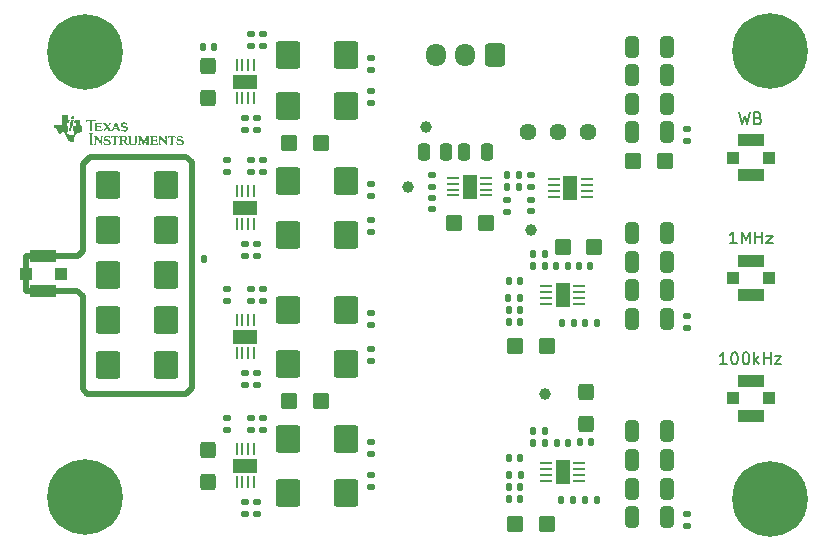
<source format=gbr>
%TF.GenerationSoftware,KiCad,Pcbnew,(6.0.2)*%
%TF.CreationDate,2022-05-06T23:20:48+08:00*%
%TF.ProjectId,NoiseAMP_V2.3,4e6f6973-6541-44d5-905f-56322e332e6b,rev?*%
%TF.SameCoordinates,Original*%
%TF.FileFunction,Soldermask,Top*%
%TF.FilePolarity,Negative*%
%FSLAX46Y46*%
G04 Gerber Fmt 4.6, Leading zero omitted, Abs format (unit mm)*
G04 Created by KiCad (PCBNEW (6.0.2)) date 2022-05-06 23:20:48*
%MOMM*%
%LPD*%
G01*
G04 APERTURE LIST*
G04 Aperture macros list*
%AMRoundRect*
0 Rectangle with rounded corners*
0 $1 Rounding radius*
0 $2 $3 $4 $5 $6 $7 $8 $9 X,Y pos of 4 corners*
0 Add a 4 corners polygon primitive as box body*
4,1,4,$2,$3,$4,$5,$6,$7,$8,$9,$2,$3,0*
0 Add four circle primitives for the rounded corners*
1,1,$1+$1,$2,$3*
1,1,$1+$1,$4,$5*
1,1,$1+$1,$6,$7*
1,1,$1+$1,$8,$9*
0 Add four rect primitives between the rounded corners*
20,1,$1+$1,$2,$3,$4,$5,0*
20,1,$1+$1,$4,$5,$6,$7,0*
20,1,$1+$1,$6,$7,$8,$9,0*
20,1,$1+$1,$8,$9,$2,$3,0*%
G04 Aperture macros list end*
%ADD10C,0.500000*%
%ADD11C,0.150000*%
%ADD12C,1.000000*%
%ADD13RoundRect,0.250000X0.250000X0.475000X-0.250000X0.475000X-0.250000X-0.475000X0.250000X-0.475000X0*%
%ADD14RoundRect,0.062500X-0.425000X-0.062500X0.425000X-0.062500X0.425000X0.062500X-0.425000X0.062500X0*%
%ADD15R,1.200000X2.000000*%
%ADD16C,6.400000*%
%ADD17C,3.600000*%
%ADD18RoundRect,0.140000X-0.140000X-0.170000X0.140000X-0.170000X0.140000X0.170000X-0.140000X0.170000X0*%
%ADD19RoundRect,0.135000X-0.185000X0.135000X-0.185000X-0.135000X0.185000X-0.135000X0.185000X0.135000X0*%
%ADD20RoundRect,0.140000X0.140000X0.170000X-0.140000X0.170000X-0.140000X-0.170000X0.140000X-0.170000X0*%
%ADD21RoundRect,0.135000X0.185000X-0.135000X0.185000X0.135000X-0.185000X0.135000X-0.185000X-0.135000X0*%
%ADD22RoundRect,0.250000X-0.787500X-0.925000X0.787500X-0.925000X0.787500X0.925000X-0.787500X0.925000X0*%
%ADD23RoundRect,0.062500X-0.062500X0.425000X-0.062500X-0.425000X0.062500X-0.425000X0.062500X0.425000X0*%
%ADD24R,2.000000X1.200000*%
%ADD25RoundRect,0.250000X0.325000X0.650000X-0.325000X0.650000X-0.325000X-0.650000X0.325000X-0.650000X0*%
%ADD26RoundRect,0.250000X-0.450000X-0.425000X0.450000X-0.425000X0.450000X0.425000X-0.450000X0.425000X0*%
%ADD27RoundRect,0.135000X-0.135000X-0.185000X0.135000X-0.185000X0.135000X0.185000X-0.135000X0.185000X0*%
%ADD28RoundRect,0.250000X0.450000X0.425000X-0.450000X0.425000X-0.450000X-0.425000X0.450000X-0.425000X0*%
%ADD29RoundRect,0.135000X0.135000X0.185000X-0.135000X0.185000X-0.135000X-0.185000X0.135000X-0.185000X0*%
%ADD30RoundRect,0.140000X-0.170000X0.140000X-0.170000X-0.140000X0.170000X-0.140000X0.170000X0.140000X0*%
%ADD31C,1.440000*%
%ADD32R,1.000000X1.000000*%
%ADD33R,2.200000X1.050000*%
%ADD34RoundRect,0.250000X0.425000X-0.450000X0.425000X0.450000X-0.425000X0.450000X-0.425000X-0.450000X0*%
%ADD35RoundRect,0.250000X0.600000X0.725000X-0.600000X0.725000X-0.600000X-0.725000X0.600000X-0.725000X0*%
%ADD36O,1.700000X1.950000*%
G04 APERTURE END LIST*
D10*
X116179600Y-96418400D02*
X116586000Y-96012000D01*
X111760000Y-96418400D02*
X111760000Y-99364800D01*
X111760000Y-99364800D02*
X116128800Y-99364800D01*
X116179600Y-96418400D02*
X111760000Y-96418400D01*
X116586000Y-99822000D02*
X116128800Y-99364800D01*
X125349000Y-108077000D02*
X124968000Y-108077000D01*
X116586000Y-107670600D02*
X116586000Y-99822000D01*
X125857000Y-98882200D02*
X125857000Y-88468200D01*
X117221000Y-87985600D02*
X116586000Y-88620600D01*
X124968000Y-108077000D02*
X116967000Y-108077000D01*
X125857000Y-98882200D02*
X125857000Y-107162600D01*
X116967000Y-108077000D02*
X116586000Y-107670600D01*
X125831600Y-88442800D02*
X125374400Y-87985600D01*
X125857000Y-107569000D02*
X125349000Y-108077000D01*
X116586000Y-88620600D02*
X116586000Y-96012000D01*
X125374400Y-87985600D02*
X117221000Y-87985600D01*
X125857000Y-107162600D02*
X125857000Y-107569000D01*
D11*
X171126400Y-105557580D02*
X170554971Y-105557580D01*
X170840685Y-105557580D02*
X170840685Y-104557580D01*
X170745447Y-104700438D01*
X170650209Y-104795676D01*
X170554971Y-104843295D01*
X171745447Y-104557580D02*
X171840685Y-104557580D01*
X171935923Y-104605200D01*
X171983542Y-104652819D01*
X172031161Y-104748057D01*
X172078780Y-104938533D01*
X172078780Y-105176628D01*
X172031161Y-105367104D01*
X171983542Y-105462342D01*
X171935923Y-105509961D01*
X171840685Y-105557580D01*
X171745447Y-105557580D01*
X171650209Y-105509961D01*
X171602590Y-105462342D01*
X171554971Y-105367104D01*
X171507352Y-105176628D01*
X171507352Y-104938533D01*
X171554971Y-104748057D01*
X171602590Y-104652819D01*
X171650209Y-104605200D01*
X171745447Y-104557580D01*
X172697828Y-104557580D02*
X172793066Y-104557580D01*
X172888304Y-104605200D01*
X172935923Y-104652819D01*
X172983542Y-104748057D01*
X173031161Y-104938533D01*
X173031161Y-105176628D01*
X172983542Y-105367104D01*
X172935923Y-105462342D01*
X172888304Y-105509961D01*
X172793066Y-105557580D01*
X172697828Y-105557580D01*
X172602590Y-105509961D01*
X172554971Y-105462342D01*
X172507352Y-105367104D01*
X172459733Y-105176628D01*
X172459733Y-104938533D01*
X172507352Y-104748057D01*
X172554971Y-104652819D01*
X172602590Y-104605200D01*
X172697828Y-104557580D01*
X173459733Y-105557580D02*
X173459733Y-104557580D01*
X173554971Y-105176628D02*
X173840685Y-105557580D01*
X173840685Y-104890914D02*
X173459733Y-105271866D01*
X174269257Y-105557580D02*
X174269257Y-104557580D01*
X174269257Y-105033771D02*
X174840685Y-105033771D01*
X174840685Y-105557580D02*
X174840685Y-104557580D01*
X175221638Y-104890914D02*
X175745447Y-104890914D01*
X175221638Y-105557580D01*
X175745447Y-105557580D01*
X172197828Y-84237580D02*
X172435923Y-85237580D01*
X172626400Y-84523295D01*
X172816876Y-85237580D01*
X173054971Y-84237580D01*
X173769257Y-84713771D02*
X173912114Y-84761390D01*
X173959733Y-84809009D01*
X174007352Y-84904247D01*
X174007352Y-85047104D01*
X173959733Y-85142342D01*
X173912114Y-85189961D01*
X173816876Y-85237580D01*
X173435923Y-85237580D01*
X173435923Y-84237580D01*
X173769257Y-84237580D01*
X173864495Y-84285200D01*
X173912114Y-84332819D01*
X173959733Y-84428057D01*
X173959733Y-84523295D01*
X173912114Y-84618533D01*
X173864495Y-84666152D01*
X173769257Y-84713771D01*
X173435923Y-84713771D01*
X171962914Y-95346780D02*
X171391485Y-95346780D01*
X171677200Y-95346780D02*
X171677200Y-94346780D01*
X171581961Y-94489638D01*
X171486723Y-94584876D01*
X171391485Y-94632495D01*
X172391485Y-95346780D02*
X172391485Y-94346780D01*
X172724819Y-95061066D01*
X173058152Y-94346780D01*
X173058152Y-95346780D01*
X173534342Y-95346780D02*
X173534342Y-94346780D01*
X173534342Y-94822971D02*
X174105771Y-94822971D01*
X174105771Y-95346780D02*
X174105771Y-94346780D01*
X174486723Y-94680114D02*
X175010533Y-94680114D01*
X174486723Y-95346780D01*
X175010533Y-95346780D01*
%TO.C,G\u002A\u002A\u002A*%
G36*
X118246226Y-86252338D02*
G01*
X118282743Y-86253431D01*
X118308646Y-86255044D01*
X118320251Y-86257014D01*
X118320416Y-86257144D01*
X118317129Y-86265408D01*
X118303109Y-86281028D01*
X118289928Y-86293150D01*
X118254258Y-86323975D01*
X118251571Y-86671099D01*
X118250714Y-86764425D01*
X118249691Y-86840850D01*
X118248448Y-86901690D01*
X118246935Y-86948257D01*
X118245097Y-86981867D01*
X118242884Y-87003833D01*
X118240242Y-87015469D01*
X118237736Y-87018224D01*
X118229531Y-87011581D01*
X118210701Y-86992607D01*
X118182553Y-86962731D01*
X118146395Y-86923381D01*
X118103534Y-86875988D01*
X118055280Y-86821981D01*
X118002938Y-86762789D01*
X117976314Y-86732461D01*
X117726040Y-86446698D01*
X117723607Y-86679177D01*
X117722921Y-86754876D01*
X117722900Y-86814551D01*
X117723946Y-86860395D01*
X117726461Y-86894598D01*
X117730850Y-86919348D01*
X117737514Y-86936838D01*
X117746856Y-86949257D01*
X117759278Y-86958795D01*
X117775184Y-86967644D01*
X117776796Y-86968479D01*
X117796493Y-86980578D01*
X117802511Y-86989965D01*
X117793944Y-86996977D01*
X117769890Y-87001949D01*
X117729442Y-87005219D01*
X117672927Y-87007097D01*
X117623029Y-87007936D01*
X117588532Y-87007864D01*
X117566631Y-87006572D01*
X117554523Y-87003752D01*
X117549402Y-86999093D01*
X117548449Y-86993382D01*
X117556236Y-86978281D01*
X117575032Y-86965367D01*
X117600066Y-86945533D01*
X117611461Y-86925356D01*
X117614577Y-86906776D01*
X117617150Y-86871192D01*
X117619141Y-86819808D01*
X117620509Y-86753828D01*
X117621215Y-86674457D01*
X117621307Y-86629516D01*
X117621113Y-86544235D01*
X117620346Y-86475270D01*
X117618731Y-86420726D01*
X117615993Y-86378709D01*
X117611856Y-86347321D01*
X117606044Y-86324669D01*
X117598282Y-86308856D01*
X117588295Y-86297988D01*
X117575806Y-86290168D01*
X117571691Y-86288206D01*
X117554674Y-86276541D01*
X117548449Y-86265417D01*
X117552379Y-86260107D01*
X117565791Y-86256502D01*
X117591122Y-86254339D01*
X117630809Y-86253354D01*
X117661211Y-86253218D01*
X117773972Y-86253218D01*
X117959472Y-86464738D01*
X118144972Y-86676257D01*
X118147454Y-86504436D01*
X118148067Y-86437577D01*
X118147411Y-86386560D01*
X118145017Y-86349031D01*
X118140413Y-86322634D01*
X118133132Y-86305015D01*
X118122705Y-86293818D01*
X118108660Y-86286690D01*
X118103714Y-86285006D01*
X118089796Y-86274962D01*
X118087534Y-86265439D01*
X118091761Y-86259624D01*
X118103465Y-86255692D01*
X118125429Y-86253318D01*
X118160435Y-86252175D01*
X118202781Y-86251928D01*
X118246226Y-86252338D01*
G37*
G36*
X124467194Y-86346024D02*
G01*
X124481520Y-86395281D01*
X124488401Y-86428369D01*
X124487555Y-86445866D01*
X124478701Y-86448353D01*
X124461556Y-86436405D01*
X124435839Y-86410603D01*
X124435752Y-86410510D01*
X124409944Y-86385155D01*
X124384840Y-86364681D01*
X124366965Y-86354056D01*
X124343788Y-86348503D01*
X124312007Y-86344763D01*
X124277887Y-86343094D01*
X124247691Y-86343753D01*
X124227681Y-86346998D01*
X124225051Y-86348214D01*
X124221884Y-86357267D01*
X124219344Y-86380624D01*
X124217405Y-86419052D01*
X124216040Y-86473318D01*
X124215223Y-86544189D01*
X124214927Y-86632432D01*
X124214925Y-86641226D01*
X124214925Y-86927980D01*
X124237279Y-86950334D01*
X124258031Y-86965739D01*
X124277917Y-86972659D01*
X124278929Y-86972688D01*
X124293711Y-86977403D01*
X124295164Y-86988625D01*
X124292470Y-86994476D01*
X124285274Y-86998796D01*
X124271036Y-87001878D01*
X124247217Y-87004016D01*
X124211278Y-87005503D01*
X124160679Y-87006634D01*
X124135789Y-87007052D01*
X124072794Y-87007503D01*
X124024252Y-87006665D01*
X123991302Y-87004585D01*
X123975083Y-87001312D01*
X123973715Y-87000222D01*
X123972386Y-86984791D01*
X123984311Y-86974096D01*
X123992750Y-86972688D01*
X124008010Y-86966654D01*
X124026974Y-86951965D01*
X124028641Y-86950334D01*
X124050995Y-86927980D01*
X124050995Y-86641226D01*
X124050745Y-86551387D01*
X124049975Y-86478988D01*
X124048660Y-86423264D01*
X124046774Y-86383446D01*
X124044289Y-86358768D01*
X124041179Y-86348462D01*
X124040869Y-86348214D01*
X124022849Y-86343779D01*
X123993416Y-86342773D01*
X123958957Y-86344765D01*
X123925861Y-86349323D01*
X123900513Y-86356015D01*
X123896063Y-86358008D01*
X123875373Y-86372739D01*
X123850593Y-86395902D01*
X123835501Y-86412594D01*
X123812595Y-86436882D01*
X123793663Y-86451231D01*
X123781299Y-86454102D01*
X123777883Y-86446747D01*
X123780398Y-86435546D01*
X123786942Y-86411830D01*
X123796169Y-86380064D01*
X123806733Y-86344713D01*
X123817287Y-86310242D01*
X123826485Y-86281118D01*
X123832983Y-86261804D01*
X123835238Y-86256474D01*
X123844677Y-86255785D01*
X123870179Y-86255115D01*
X123909594Y-86254489D01*
X123960770Y-86253931D01*
X124021557Y-86253467D01*
X124089804Y-86253121D01*
X124137978Y-86252970D01*
X124437932Y-86252252D01*
X124467194Y-86346024D01*
G37*
G36*
X119528618Y-86250301D02*
G01*
X119564449Y-86250610D01*
X119585448Y-86251129D01*
X119589024Y-86251381D01*
X119599772Y-86254044D01*
X119608401Y-86261248D01*
X119616552Y-86276130D01*
X119625869Y-86301825D01*
X119637991Y-86341471D01*
X119640326Y-86349404D01*
X119653603Y-86398238D01*
X119659746Y-86430848D01*
X119658544Y-86447856D01*
X119649789Y-86449886D01*
X119633271Y-86437559D01*
X119616538Y-86420235D01*
X119592219Y-86395618D01*
X119567741Y-86374287D01*
X119557873Y-86367063D01*
X119530105Y-86354682D01*
X119493367Y-86345599D01*
X119454961Y-86340915D01*
X119422191Y-86341732D01*
X119409788Y-86344703D01*
X119388105Y-86352947D01*
X119388105Y-86927980D01*
X119410459Y-86950334D01*
X119431211Y-86965739D01*
X119451098Y-86972659D01*
X119452110Y-86972688D01*
X119466891Y-86977403D01*
X119468344Y-86988625D01*
X119465650Y-86994476D01*
X119458454Y-86998796D01*
X119444216Y-87001878D01*
X119420398Y-87004016D01*
X119384459Y-87005503D01*
X119333859Y-87006634D01*
X119308969Y-87007052D01*
X119245975Y-87007503D01*
X119197433Y-87006665D01*
X119164483Y-87004585D01*
X119148263Y-87001312D01*
X119146895Y-87000222D01*
X119145566Y-86984791D01*
X119157491Y-86974096D01*
X119165930Y-86972688D01*
X119181191Y-86966654D01*
X119200154Y-86951965D01*
X119201821Y-86950334D01*
X119224176Y-86927980D01*
X119224176Y-86641226D01*
X119223975Y-86554754D01*
X119223342Y-86485229D01*
X119222230Y-86431389D01*
X119220593Y-86391971D01*
X119218384Y-86365711D01*
X119215557Y-86351347D01*
X119213376Y-86347798D01*
X119195057Y-86343227D01*
X119165423Y-86342212D01*
X119130930Y-86344313D01*
X119098034Y-86349093D01*
X119073189Y-86356113D01*
X119070172Y-86357528D01*
X119049655Y-86371917D01*
X119024474Y-86394668D01*
X119007774Y-86412289D01*
X118981829Y-86439872D01*
X118964204Y-86453671D01*
X118954674Y-86453130D01*
X118953014Y-86437688D01*
X118958997Y-86406787D01*
X118972399Y-86359869D01*
X118978627Y-86340099D01*
X119006296Y-86253725D01*
X119285996Y-86251195D01*
X119356643Y-86250649D01*
X119422264Y-86250319D01*
X119480406Y-86250204D01*
X119528618Y-86250301D01*
G37*
G36*
X115353613Y-84868923D02*
G01*
X115426470Y-84868923D01*
X115460304Y-84869808D01*
X115485782Y-84872159D01*
X115498596Y-84875522D01*
X115499328Y-84876609D01*
X115497603Y-84887804D01*
X115492853Y-84913533D01*
X115485711Y-84950485D01*
X115476810Y-84995353D01*
X115472006Y-85019192D01*
X115462509Y-85066278D01*
X115454447Y-85106626D01*
X115448447Y-85137065D01*
X115445136Y-85154427D01*
X115444685Y-85157221D01*
X115436260Y-85158609D01*
X115413712Y-85159682D01*
X115381132Y-85160281D01*
X115363792Y-85160354D01*
X115282900Y-85160354D01*
X115259059Y-85283716D01*
X115250371Y-85329274D01*
X115243100Y-85368548D01*
X115237883Y-85398007D01*
X115235357Y-85414120D01*
X115235219Y-85415770D01*
X115243650Y-85419748D01*
X115266252Y-85422753D01*
X115298991Y-85424331D01*
X115312630Y-85424463D01*
X115347612Y-85425300D01*
X115374366Y-85427535D01*
X115388712Y-85430751D01*
X115390041Y-85432173D01*
X115388298Y-85442712D01*
X115383362Y-85468853D01*
X115375676Y-85508352D01*
X115365681Y-85558964D01*
X115353819Y-85618443D01*
X115340531Y-85684545D01*
X115334940Y-85712220D01*
X115316546Y-85805056D01*
X115302428Y-85880659D01*
X115292514Y-85939484D01*
X115286730Y-85981986D01*
X115285001Y-86008617D01*
X115285568Y-86015783D01*
X115299746Y-86049482D01*
X115326909Y-86081445D01*
X115362117Y-86106697D01*
X115385915Y-86116832D01*
X115403220Y-86119818D01*
X115434104Y-86122786D01*
X115475592Y-86125640D01*
X115524709Y-86128283D01*
X115578481Y-86130621D01*
X115633932Y-86132557D01*
X115688089Y-86133996D01*
X115737976Y-86134843D01*
X115780619Y-86135002D01*
X115813043Y-86134377D01*
X115832273Y-86132873D01*
X115836295Y-86131305D01*
X115837970Y-86119963D01*
X115842477Y-86094777D01*
X115849036Y-86059755D01*
X115856866Y-86018903D01*
X115865187Y-85976232D01*
X115873220Y-85935748D01*
X115880184Y-85901459D01*
X115885300Y-85877375D01*
X115887448Y-85868439D01*
X115887934Y-85859861D01*
X115880609Y-85855037D01*
X115861890Y-85852930D01*
X115832355Y-85852501D01*
X115796494Y-85851243D01*
X115773389Y-85846636D01*
X115757702Y-85837435D01*
X115754330Y-85834287D01*
X115741005Y-85818542D01*
X115736115Y-85808507D01*
X115737820Y-85797491D01*
X115742546Y-85771689D01*
X115749708Y-85734169D01*
X115758722Y-85687999D01*
X115766884Y-85646854D01*
X115777501Y-85593470D01*
X115787282Y-85543889D01*
X115795486Y-85501903D01*
X115801370Y-85471304D01*
X115803725Y-85458615D01*
X115809798Y-85424463D01*
X115978298Y-85424463D01*
X115998965Y-85312899D01*
X116007348Y-85268133D01*
X116014959Y-85228369D01*
X116020968Y-85197890D01*
X116024544Y-85180979D01*
X116024576Y-85180845D01*
X116026151Y-85171194D01*
X116023022Y-85165178D01*
X116011921Y-85161938D01*
X115989579Y-85160617D01*
X115952725Y-85160355D01*
X115946568Y-85160354D01*
X115910234Y-85160035D01*
X115881987Y-85159181D01*
X115865867Y-85157945D01*
X115863616Y-85157221D01*
X115865493Y-85143143D01*
X115870566Y-85115974D01*
X115878000Y-85079493D01*
X115886960Y-85037477D01*
X115896610Y-84993704D01*
X115906115Y-84951951D01*
X115914640Y-84915997D01*
X115921350Y-84889619D01*
X115925409Y-84876596D01*
X115925810Y-84875944D01*
X115936588Y-84874021D01*
X115963029Y-84872480D01*
X116002587Y-84871374D01*
X116052713Y-84870758D01*
X116110860Y-84870683D01*
X116160218Y-84871037D01*
X116387281Y-84873477D01*
X116391834Y-85069282D01*
X116393915Y-85143321D01*
X116396801Y-85201911D01*
X116401229Y-85247815D01*
X116407935Y-85283798D01*
X116417655Y-85312624D01*
X116431125Y-85337058D01*
X116449081Y-85359865D01*
X116472259Y-85383808D01*
X116476738Y-85388158D01*
X116519034Y-85429016D01*
X116519185Y-85658622D01*
X116519335Y-85888228D01*
X116480629Y-85898437D01*
X116366715Y-85934393D01*
X116256684Y-85980510D01*
X116154437Y-86034806D01*
X116063873Y-86095302D01*
X116015966Y-86134462D01*
X115956831Y-86195674D01*
X115903233Y-86267372D01*
X115860947Y-86341829D01*
X115860944Y-86341835D01*
X115847680Y-86371121D01*
X115839233Y-86395149D01*
X115834579Y-86419604D01*
X115832696Y-86450167D01*
X115832558Y-86492523D01*
X115832615Y-86499113D01*
X115834703Y-86557618D01*
X115840292Y-86604334D01*
X115850191Y-86645485D01*
X115852651Y-86653265D01*
X115861774Y-86683663D01*
X115867240Y-86706995D01*
X115867869Y-86718172D01*
X115852602Y-86728238D01*
X115823447Y-86735882D01*
X115784599Y-86740900D01*
X115740250Y-86743090D01*
X115694592Y-86742246D01*
X115651818Y-86738165D01*
X115616120Y-86730642D01*
X115615480Y-86730447D01*
X115535351Y-86696878D01*
X115460305Y-86646876D01*
X115390060Y-86580142D01*
X115324335Y-86496381D01*
X115262847Y-86395294D01*
X115224078Y-86318148D01*
X115180808Y-86226368D01*
X115143765Y-86149930D01*
X115111939Y-86087458D01*
X115084321Y-86037579D01*
X115059902Y-85998917D01*
X115037672Y-85970098D01*
X115016624Y-85949747D01*
X114995746Y-85936491D01*
X114974032Y-85928954D01*
X114950470Y-85925761D01*
X114935726Y-85925359D01*
X114906040Y-85927186D01*
X114880084Y-85934086D01*
X114853922Y-85948191D01*
X114823620Y-85971632D01*
X114785242Y-86006539D01*
X114784491Y-86007249D01*
X114752346Y-86036905D01*
X114729143Y-86055776D01*
X114711181Y-86066190D01*
X114694760Y-86070474D01*
X114683030Y-86071074D01*
X114635783Y-86062676D01*
X114589449Y-86039362D01*
X114549084Y-86003954D01*
X114538012Y-85990200D01*
X114522197Y-85964644D01*
X114502713Y-85927264D01*
X114482173Y-85883334D01*
X114465277Y-85843394D01*
X114444500Y-85793433D01*
X114425137Y-85752962D01*
X114404442Y-85718126D01*
X114379668Y-85685070D01*
X114348069Y-85649940D01*
X114306898Y-85608881D01*
X114279567Y-85582743D01*
X114226543Y-85529043D01*
X114187542Y-85481054D01*
X114160609Y-85435740D01*
X114143790Y-85390066D01*
X114138026Y-85362989D01*
X114131646Y-85324283D01*
X114798073Y-85324283D01*
X114798073Y-84431777D01*
X115353613Y-84431777D01*
X115353613Y-84868923D01*
G37*
G36*
X123554633Y-86251826D02*
G01*
X123580273Y-86252550D01*
X123616500Y-86253039D01*
X123659385Y-86253218D01*
X123706874Y-86253598D01*
X123738845Y-86254951D01*
X123757983Y-86257596D01*
X123766973Y-86261856D01*
X123768672Y-86266266D01*
X123761112Y-86279411D01*
X123751280Y-86284833D01*
X123740955Y-86288486D01*
X123732476Y-86293407D01*
X123725632Y-86301308D01*
X123720216Y-86313905D01*
X123716020Y-86332912D01*
X123712834Y-86360042D01*
X123710451Y-86397010D01*
X123708661Y-86445531D01*
X123707257Y-86507318D01*
X123706029Y-86584086D01*
X123704921Y-86665954D01*
X123703431Y-86764334D01*
X123701762Y-86845276D01*
X123699882Y-86909556D01*
X123697757Y-86957948D01*
X123695356Y-86991230D01*
X123692645Y-87010176D01*
X123690137Y-87015570D01*
X123680237Y-87010565D01*
X123661562Y-86994363D01*
X123637068Y-86969704D01*
X123617280Y-86948017D01*
X123590809Y-86918123D01*
X123568857Y-86893511D01*
X123554189Y-86877273D01*
X123549701Y-86872509D01*
X123542713Y-86864745D01*
X123525283Y-86844927D01*
X123498901Y-86814762D01*
X123465057Y-86775959D01*
X123425243Y-86730225D01*
X123380947Y-86679267D01*
X123360726Y-86655982D01*
X123315302Y-86603888D01*
X123273935Y-86556888D01*
X123238058Y-86516574D01*
X123209105Y-86484542D01*
X123188509Y-86462383D01*
X123177703Y-86451692D01*
X123176415Y-86451070D01*
X123176358Y-86461757D01*
X123176348Y-86488134D01*
X123176383Y-86527679D01*
X123176460Y-86577868D01*
X123176575Y-86636178D01*
X123176697Y-86688663D01*
X123177006Y-86763771D01*
X123177766Y-86822803D01*
X123179345Y-86867895D01*
X123182111Y-86901185D01*
X123186432Y-86924809D01*
X123192679Y-86940906D01*
X123201219Y-86951612D01*
X123212421Y-86959065D01*
X123224264Y-86964419D01*
X123243564Y-86977927D01*
X123249561Y-86992007D01*
X123248333Y-86998907D01*
X123242754Y-87003658D01*
X123229985Y-87006658D01*
X123207185Y-87008303D01*
X123171516Y-87008989D01*
X123127151Y-87009117D01*
X123070107Y-87008429D01*
X123030198Y-87006307D01*
X123006398Y-87002666D01*
X122998054Y-86998296D01*
X122999303Y-86985701D01*
X123008365Y-86977805D01*
X123027405Y-86964403D01*
X123046390Y-86948057D01*
X123067417Y-86927980D01*
X123067417Y-86630983D01*
X123067151Y-86552551D01*
X123066390Y-86482241D01*
X123065185Y-86421946D01*
X123063590Y-86373559D01*
X123061658Y-86338974D01*
X123059441Y-86320084D01*
X123058658Y-86317619D01*
X123044308Y-86302666D01*
X123022229Y-86289791D01*
X123003226Y-86278470D01*
X122994605Y-86266520D01*
X122994559Y-86265774D01*
X122998060Y-86260425D01*
X123010242Y-86256783D01*
X123033625Y-86254579D01*
X123070730Y-86253545D01*
X123110676Y-86253377D01*
X123226793Y-86253536D01*
X123408033Y-86460566D01*
X123453658Y-86512498D01*
X123495579Y-86559860D01*
X123532259Y-86600943D01*
X123562160Y-86634038D01*
X123583745Y-86657436D01*
X123595477Y-86669429D01*
X123597008Y-86670632D01*
X123599990Y-86663415D01*
X123602208Y-86641351D01*
X123603685Y-86607791D01*
X123604440Y-86566085D01*
X123604496Y-86519585D01*
X123603874Y-86471642D01*
X123602594Y-86425605D01*
X123600678Y-86384825D01*
X123598148Y-86352654D01*
X123595023Y-86332443D01*
X123594862Y-86331843D01*
X123582924Y-86304262D01*
X123563682Y-86288776D01*
X123558220Y-86286487D01*
X123539051Y-86274898D01*
X123534022Y-86262506D01*
X123539848Y-86251557D01*
X123543393Y-86250942D01*
X123554633Y-86251826D01*
G37*
G36*
X119751226Y-86476416D02*
G01*
X119749849Y-86416734D01*
X119748017Y-86369770D01*
X119745784Y-86337353D01*
X119743207Y-86321313D01*
X119743198Y-86321291D01*
X119727304Y-86299669D01*
X119706770Y-86286826D01*
X119687879Y-86276269D01*
X119679555Y-86264836D01*
X119679536Y-86264370D01*
X119682459Y-86260775D01*
X119692395Y-86258020D01*
X119711095Y-86256043D01*
X119740311Y-86254781D01*
X119781793Y-86254170D01*
X119837291Y-86254148D01*
X119908558Y-86254653D01*
X119941368Y-86254982D01*
X120203200Y-86257772D01*
X120257448Y-86285094D01*
X120308467Y-86316639D01*
X120343143Y-86352614D01*
X120363225Y-86395345D01*
X120369861Y-86434537D01*
X120367927Y-86495280D01*
X120351978Y-86546273D01*
X120328014Y-86582611D01*
X120304674Y-86603512D01*
X120272174Y-86624474D01*
X120237050Y-86642004D01*
X120205837Y-86652607D01*
X120194093Y-86654211D01*
X120184778Y-86655991D01*
X120190271Y-86661765D01*
X120203200Y-86669007D01*
X120248735Y-86701459D01*
X120294864Y-86750934D01*
X120340557Y-86816313D01*
X120344298Y-86822419D01*
X120377265Y-86873411D01*
X120406532Y-86910457D01*
X120434988Y-86936591D01*
X120465526Y-86954846D01*
X120474140Y-86958666D01*
X120499283Y-86971843D01*
X120506472Y-86983718D01*
X120495779Y-86995598D01*
X120476709Y-87005028D01*
X120436939Y-87014814D01*
X120387789Y-87016861D01*
X120336344Y-87011212D01*
X120306780Y-87003981D01*
X120265317Y-86984369D01*
X120226276Y-86951127D01*
X120188331Y-86902813D01*
X120150151Y-86837986D01*
X120145365Y-86828783D01*
X120118914Y-86778937D01*
X120097029Y-86743342D01*
X120076867Y-86719608D01*
X120055587Y-86705347D01*
X120030345Y-86698168D01*
X119998299Y-86695683D01*
X119986783Y-86695494D01*
X119920877Y-86694918D01*
X119920877Y-86811836D01*
X119921010Y-86859916D01*
X119921809Y-86893226D01*
X119923871Y-86915208D01*
X119927796Y-86929306D01*
X119934181Y-86938964D01*
X119943624Y-86947623D01*
X119944611Y-86948444D01*
X119966380Y-86965293D01*
X119984913Y-86977805D01*
X119995749Y-86990025D01*
X119994793Y-86998296D01*
X119985296Y-87002723D01*
X119962205Y-87005921D01*
X119924221Y-87007978D01*
X119870042Y-87008982D01*
X119833821Y-87009117D01*
X119777334Y-87008981D01*
X119736539Y-87008396D01*
X119708914Y-87007099D01*
X119691938Y-87004822D01*
X119683089Y-87001302D01*
X119679845Y-86996273D01*
X119679536Y-86992899D01*
X119687757Y-86977682D01*
X119706770Y-86966402D01*
X119730334Y-86950692D01*
X119743198Y-86931937D01*
X119745777Y-86915948D01*
X119748010Y-86883578D01*
X119749844Y-86836654D01*
X119751222Y-86777007D01*
X119752091Y-86706467D01*
X119752394Y-86626864D01*
X119752394Y-86626614D01*
X119752290Y-86599292D01*
X119916323Y-86599292D01*
X120003134Y-86599292D01*
X120057068Y-86597509D01*
X120098864Y-86592401D01*
X120121328Y-86586180D01*
X120155680Y-86562440D01*
X120178858Y-86526087D01*
X120189144Y-86480077D01*
X120189505Y-86469062D01*
X120184991Y-86423349D01*
X120170374Y-86389241D01*
X120144164Y-86365691D01*
X120104869Y-86351650D01*
X120051000Y-86346070D01*
X120014791Y-86346223D01*
X119979021Y-86347405D01*
X119953399Y-86350135D01*
X119936207Y-86357066D01*
X119925726Y-86370851D01*
X119920239Y-86394143D01*
X119918026Y-86429594D01*
X119917369Y-86479858D01*
X119917231Y-86496836D01*
X119916323Y-86599292D01*
X119752290Y-86599292D01*
X119752092Y-86546986D01*
X119751226Y-86476416D01*
G37*
G36*
X120143743Y-85099842D02*
G01*
X120187175Y-85109152D01*
X120189539Y-85109998D01*
X120225387Y-85122957D01*
X120247995Y-85129867D01*
X120261124Y-85131210D01*
X120268537Y-85127469D01*
X120273109Y-85120735D01*
X120288556Y-85107944D01*
X120298893Y-85105710D01*
X120309253Y-85109462D01*
X120318540Y-85122843D01*
X120328519Y-85149037D01*
X120335428Y-85171738D01*
X120346316Y-85208928D01*
X120356597Y-85243493D01*
X120364082Y-85268073D01*
X120364199Y-85268445D01*
X120369000Y-85294879D01*
X120363044Y-85307145D01*
X120347243Y-85305064D01*
X120322504Y-85288457D01*
X120311509Y-85278819D01*
X120254744Y-85236725D01*
X120191771Y-85207790D01*
X120126461Y-85193211D01*
X120062684Y-85194182D01*
X120046998Y-85197092D01*
X120003919Y-85211606D01*
X119976642Y-85233138D01*
X119963571Y-85263306D01*
X119961859Y-85283477D01*
X119963929Y-85308058D01*
X119971890Y-85326780D01*
X119988374Y-85341505D01*
X120016012Y-85354099D01*
X120057432Y-85366426D01*
X120090376Y-85374560D01*
X120171876Y-85394886D01*
X120237393Y-85413833D01*
X120289000Y-85432448D01*
X120328765Y-85451776D01*
X120358761Y-85472864D01*
X120381058Y-85496757D01*
X120397725Y-85524503D01*
X120400953Y-85531479D01*
X120415051Y-85579802D01*
X120419598Y-85634407D01*
X120414447Y-85687401D01*
X120404514Y-85720447D01*
X120375587Y-85767888D01*
X120333398Y-85809980D01*
X120282892Y-85841907D01*
X120277036Y-85844594D01*
X120230837Y-85858821D01*
X120173759Y-85867294D01*
X120112263Y-85869839D01*
X120052805Y-85866285D01*
X120001847Y-85856459D01*
X119989181Y-85852262D01*
X119951951Y-85838374D01*
X119928314Y-85830454D01*
X119914787Y-85828133D01*
X119907886Y-85831040D01*
X119904130Y-85838806D01*
X119902758Y-85843092D01*
X119891214Y-85858418D01*
X119877077Y-85859863D01*
X119867387Y-85855954D01*
X119858896Y-85845273D01*
X119850133Y-85824721D01*
X119839627Y-85791202D01*
X119832589Y-85766177D01*
X119816819Y-85708166D01*
X119806488Y-85666409D01*
X119802087Y-85639633D01*
X119804107Y-85626561D01*
X119813038Y-85625921D01*
X119829372Y-85636437D01*
X119853600Y-85656835D01*
X119869328Y-85670787D01*
X119926344Y-85715667D01*
X119981602Y-85745645D01*
X120039846Y-85762832D01*
X120089178Y-85768649D01*
X120147305Y-85768845D01*
X120191769Y-85761193D01*
X120225747Y-85744798D01*
X120248438Y-85723694D01*
X120267782Y-85687961D01*
X120269543Y-85648805D01*
X120258527Y-85617035D01*
X120250296Y-85603748D01*
X120239144Y-85592739D01*
X120222437Y-85582910D01*
X120197539Y-85573163D01*
X120161815Y-85562401D01*
X120112630Y-85549526D01*
X120072713Y-85539632D01*
X119995726Y-85518326D01*
X119935182Y-85495538D01*
X119889308Y-85469873D01*
X119856335Y-85439939D01*
X119834489Y-85404345D01*
X119822000Y-85361696D01*
X119818996Y-85340178D01*
X119820465Y-85277177D01*
X119838495Y-85221657D01*
X119872892Y-85173956D01*
X119923461Y-85134412D01*
X119943645Y-85123221D01*
X119984186Y-85109006D01*
X120035529Y-85100130D01*
X120090954Y-85096955D01*
X120143743Y-85099842D01*
G37*
G36*
X115850782Y-84560239D02*
G01*
X115870564Y-84564969D01*
X115879625Y-84576845D01*
X115880070Y-84598602D01*
X115874000Y-84632976D01*
X115863616Y-84682225D01*
X115855913Y-84719999D01*
X115849823Y-84750501D01*
X115846136Y-84769738D01*
X115845402Y-84774300D01*
X115836870Y-84775645D01*
X115813572Y-84776757D01*
X115778957Y-84777527D01*
X115736474Y-84777848D01*
X115731562Y-84777851D01*
X115688485Y-84777339D01*
X115652952Y-84775943D01*
X115628392Y-84773867D01*
X115618237Y-84771320D01*
X115618147Y-84771021D01*
X115620042Y-84759834D01*
X115624858Y-84734702D01*
X115631835Y-84699521D01*
X115639022Y-84664011D01*
X115659471Y-84563832D01*
X115770651Y-84561274D01*
X115818179Y-84559919D01*
X115850782Y-84560239D01*
G37*
G36*
X120476760Y-86250614D02*
G01*
X120507284Y-86251107D01*
X120548230Y-86251608D01*
X120595702Y-86252067D01*
X120613025Y-86252207D01*
X120666231Y-86252933D01*
X120703631Y-86254329D01*
X120727626Y-86256644D01*
X120740620Y-86260127D01*
X120745013Y-86265027D01*
X120745079Y-86265892D01*
X120737317Y-86277371D01*
X120722426Y-86284251D01*
X120707922Y-86288721D01*
X120696449Y-86295351D01*
X120687683Y-86306115D01*
X120681302Y-86322984D01*
X120676980Y-86347933D01*
X120674394Y-86382935D01*
X120673221Y-86429961D01*
X120673137Y-86490986D01*
X120673817Y-86567983D01*
X120673950Y-86579670D01*
X120674861Y-86653281D01*
X120675824Y-86710922D01*
X120677020Y-86754837D01*
X120678632Y-86787270D01*
X120680840Y-86810466D01*
X120683827Y-86826668D01*
X120687773Y-86838121D01*
X120692862Y-86847068D01*
X120695941Y-86851371D01*
X120719888Y-86878238D01*
X120747102Y-86896443D01*
X120781535Y-86907413D01*
X120827137Y-86912572D01*
X120868026Y-86913491D01*
X120924654Y-86911592D01*
X120966636Y-86905091D01*
X120997222Y-86892782D01*
X121019660Y-86873459D01*
X121034079Y-86851863D01*
X121039067Y-86840794D01*
X121043000Y-86826449D01*
X121046037Y-86806542D01*
X121048341Y-86778788D01*
X121050073Y-86740899D01*
X121051395Y-86690591D01*
X121052467Y-86625577D01*
X121052994Y-86583960D01*
X121053707Y-86503597D01*
X121053524Y-86439500D01*
X121052132Y-86389729D01*
X121049216Y-86352345D01*
X121044463Y-86325410D01*
X121037558Y-86306983D01*
X121028188Y-86295126D01*
X121016039Y-86287899D01*
X121004469Y-86284238D01*
X120987457Y-86275617D01*
X120981866Y-86265892D01*
X120985194Y-86260631D01*
X120996837Y-86256990D01*
X121019287Y-86254712D01*
X121055032Y-86253541D01*
X121104814Y-86253218D01*
X121155188Y-86253507D01*
X121190006Y-86254568D01*
X121211917Y-86256696D01*
X121223573Y-86260186D01*
X121227625Y-86265332D01*
X121227761Y-86266879D01*
X121221197Y-86278969D01*
X121215512Y-86280540D01*
X121200823Y-86286784D01*
X121185913Y-86299684D01*
X121180826Y-86306471D01*
X121176763Y-86315752D01*
X121173560Y-86329633D01*
X121171053Y-86350218D01*
X121169077Y-86379609D01*
X121167467Y-86419910D01*
X121166060Y-86473227D01*
X121164690Y-86541662D01*
X121164011Y-86579731D01*
X121162643Y-86655602D01*
X121161355Y-86715570D01*
X121159941Y-86761945D01*
X121158195Y-86797036D01*
X121155911Y-86823153D01*
X121152883Y-86842605D01*
X121148905Y-86857701D01*
X121143771Y-86870752D01*
X121137275Y-86884066D01*
X121136785Y-86885027D01*
X121100263Y-86937431D01*
X121051334Y-86976631D01*
X121009698Y-86995941D01*
X120977888Y-87003532D01*
X120933558Y-87009402D01*
X120882345Y-87013281D01*
X120829885Y-87014896D01*
X120781815Y-87013974D01*
X120743772Y-87010244D01*
X120737577Y-87009077D01*
X120664630Y-86985977D01*
X120603537Y-86950515D01*
X120555555Y-86903553D01*
X120532421Y-86868074D01*
X120526660Y-86856359D01*
X120522086Y-86843656D01*
X120518511Y-86827691D01*
X120515750Y-86806193D01*
X120513617Y-86776888D01*
X120511926Y-86737503D01*
X120510490Y-86685766D01*
X120509124Y-86619405D01*
X120508292Y-86573426D01*
X120506937Y-86498208D01*
X120505701Y-86439094D01*
X120504387Y-86393975D01*
X120502793Y-86360742D01*
X120500721Y-86337288D01*
X120497971Y-86321504D01*
X120494345Y-86311282D01*
X120489641Y-86304513D01*
X120483662Y-86299089D01*
X120482238Y-86297933D01*
X120462569Y-86285366D01*
X120447418Y-86280540D01*
X120437476Y-86273508D01*
X120437119Y-86264855D01*
X120447645Y-86252180D01*
X120460555Y-86250183D01*
X120476760Y-86250614D01*
G37*
G36*
X119209336Y-85405284D02*
G01*
X119251041Y-85298647D01*
X119273972Y-85239724D01*
X119326307Y-85105074D01*
X119499253Y-85110264D01*
X119566904Y-85287855D01*
X119607611Y-85394689D01*
X119642407Y-85485797D01*
X119671877Y-85562468D01*
X119696606Y-85625994D01*
X119717178Y-85677665D01*
X119734177Y-85718771D01*
X119748190Y-85750602D01*
X119759799Y-85774449D01*
X119769590Y-85791603D01*
X119778147Y-85803353D01*
X119786055Y-85810991D01*
X119793898Y-85815806D01*
X119802262Y-85819089D01*
X119808477Y-85821083D01*
X119822492Y-85833490D01*
X119825251Y-85844008D01*
X119824331Y-85850346D01*
X119819903Y-85854948D01*
X119809464Y-85858092D01*
X119790512Y-85860053D01*
X119760543Y-85861109D01*
X119717055Y-85861535D01*
X119665875Y-85861609D01*
X119603074Y-85861253D01*
X119557116Y-85859897D01*
X119526639Y-85857102D01*
X119510281Y-85852432D01*
X119506679Y-85845451D01*
X119514472Y-85835721D01*
X119532297Y-85822807D01*
X119536448Y-85820122D01*
X119553959Y-85806106D01*
X119562563Y-85789746D01*
X119562476Y-85767263D01*
X119553914Y-85734877D01*
X119543077Y-85704509D01*
X119523405Y-85652143D01*
X119217289Y-85652143D01*
X119197256Y-85705712D01*
X119183214Y-85752216D01*
X119180996Y-85786477D01*
X119190765Y-85810247D01*
X119208238Y-85823333D01*
X119226018Y-85835731D01*
X119233283Y-85848445D01*
X119231000Y-85852339D01*
X119222919Y-85855403D01*
X119207194Y-85857730D01*
X119181977Y-85859415D01*
X119145422Y-85860551D01*
X119095682Y-85861232D01*
X119030909Y-85861550D01*
X118973727Y-85861609D01*
X118895747Y-85861460D01*
X118834264Y-85860962D01*
X118787565Y-85860035D01*
X118753935Y-85858600D01*
X118731659Y-85856577D01*
X118719024Y-85853887D01*
X118714315Y-85850451D01*
X118714172Y-85849591D01*
X118721734Y-85838261D01*
X118740287Y-85826163D01*
X118743770Y-85824546D01*
X118763123Y-85813744D01*
X118773739Y-85800570D01*
X118775131Y-85782764D01*
X118766813Y-85758067D01*
X118748296Y-85724220D01*
X118719095Y-85678962D01*
X118709262Y-85664414D01*
X118683301Y-85626826D01*
X118660809Y-85595348D01*
X118643806Y-85572726D01*
X118634311Y-85561705D01*
X118633245Y-85561071D01*
X118625566Y-85568127D01*
X118612277Y-85586145D01*
X118603421Y-85599776D01*
X118586824Y-85626295D01*
X118564725Y-85661421D01*
X118541385Y-85698386D01*
X118536944Y-85705402D01*
X118512775Y-85746867D01*
X118500631Y-85777318D01*
X118500268Y-85799205D01*
X118511441Y-85814978D01*
X118525197Y-85823315D01*
X118542976Y-85835724D01*
X118550242Y-85848445D01*
X118547472Y-85853551D01*
X118537538Y-85857187D01*
X118518002Y-85859579D01*
X118486430Y-85860954D01*
X118440384Y-85861540D01*
X118409081Y-85861609D01*
X118354551Y-85861367D01*
X118315750Y-85860483D01*
X118290193Y-85858720D01*
X118275400Y-85855838D01*
X118268887Y-85851600D01*
X118267919Y-85848070D01*
X118275594Y-85836299D01*
X118294713Y-85823632D01*
X118301738Y-85820401D01*
X118322821Y-85810675D01*
X118340828Y-85799330D01*
X118358398Y-85783653D01*
X118378174Y-85760932D01*
X118402797Y-85728454D01*
X118434548Y-85684018D01*
X118464263Y-85641895D01*
X118494647Y-85598829D01*
X118521683Y-85560513D01*
X118537863Y-85537586D01*
X118576936Y-85482226D01*
X118480729Y-85346335D01*
X118437537Y-85285943D01*
X118402749Y-85238929D01*
X118374762Y-85203448D01*
X118351978Y-85177654D01*
X118332795Y-85159703D01*
X118315613Y-85147751D01*
X118303152Y-85141644D01*
X118284792Y-85130394D01*
X118277027Y-85118399D01*
X118277026Y-85118266D01*
X118280040Y-85113830D01*
X118290495Y-85110531D01*
X118310513Y-85108220D01*
X118342214Y-85106746D01*
X118387721Y-85105960D01*
X118449153Y-85105712D01*
X118454617Y-85105710D01*
X118521606Y-85106050D01*
X118571689Y-85107289D01*
X118606168Y-85109760D01*
X118626340Y-85113793D01*
X118633507Y-85119720D01*
X118628968Y-85127872D01*
X118614023Y-85138580D01*
X118604828Y-85143992D01*
X118584415Y-85161193D01*
X118577564Y-85178220D01*
X118582115Y-85192305D01*
X118594283Y-85216053D01*
X118611843Y-85246083D01*
X118632568Y-85279013D01*
X118654233Y-85311462D01*
X118674609Y-85340048D01*
X118691473Y-85361389D01*
X118702596Y-85372105D01*
X118705372Y-85372356D01*
X118720557Y-85352958D01*
X118740533Y-85324333D01*
X118762986Y-85290200D01*
X118785599Y-85254278D01*
X118806055Y-85220288D01*
X118822039Y-85191950D01*
X118831235Y-85172983D01*
X118832566Y-85168069D01*
X118823849Y-85149978D01*
X118805244Y-85139351D01*
X118786325Y-85128941D01*
X118777945Y-85117864D01*
X118777922Y-85117375D01*
X118782253Y-85112580D01*
X118796662Y-85109205D01*
X118823276Y-85107062D01*
X118864221Y-85105964D01*
X118909977Y-85105710D01*
X118968366Y-85106349D01*
X119009449Y-85108567D01*
X119034100Y-85112823D01*
X119043193Y-85119571D01*
X119037601Y-85129267D01*
X119018198Y-85142367D01*
X118999531Y-85152443D01*
X118981895Y-85162985D01*
X118964365Y-85177267D01*
X118944803Y-85197683D01*
X118921071Y-85226628D01*
X118891031Y-85266493D01*
X118862199Y-85306219D01*
X118831333Y-85349372D01*
X118804177Y-85387754D01*
X118782531Y-85418787D01*
X118768198Y-85439892D01*
X118763074Y-85448176D01*
X118766772Y-85458383D01*
X118779600Y-85480931D01*
X118800026Y-85513395D01*
X118826516Y-85553350D01*
X118857539Y-85598369D01*
X118862096Y-85604853D01*
X118907535Y-85668850D01*
X118943953Y-85718947D01*
X118972382Y-85756435D01*
X118993853Y-85782604D01*
X119009399Y-85798742D01*
X119020050Y-85806140D01*
X119023758Y-85806965D01*
X119030689Y-85804606D01*
X119038903Y-85796791D01*
X119048889Y-85782416D01*
X119061134Y-85760376D01*
X119076126Y-85729566D01*
X119094351Y-85688880D01*
X119116297Y-85637214D01*
X119142452Y-85573462D01*
X119147420Y-85561071D01*
X119252305Y-85561071D01*
X119370295Y-85561071D01*
X119414257Y-85560820D01*
X119450785Y-85560135D01*
X119476490Y-85559115D01*
X119487986Y-85557859D01*
X119488285Y-85557612D01*
X119485277Y-85547473D01*
X119477103Y-85523756D01*
X119465037Y-85489923D01*
X119450353Y-85449434D01*
X119434327Y-85405749D01*
X119418231Y-85362330D01*
X119403342Y-85322636D01*
X119390932Y-85290128D01*
X119382277Y-85268268D01*
X119379065Y-85261026D01*
X119372069Y-85252564D01*
X119366275Y-85260257D01*
X119364412Y-85265087D01*
X119358620Y-85280422D01*
X119347807Y-85308713D01*
X119333517Y-85345926D01*
X119317298Y-85388026D01*
X119317295Y-85388034D01*
X119300343Y-85432155D01*
X119284636Y-85473373D01*
X119271997Y-85506883D01*
X119264594Y-85526919D01*
X119252305Y-85561071D01*
X119147420Y-85561071D01*
X119173302Y-85496521D01*
X119209336Y-85405284D01*
G37*
G36*
X115761708Y-84869017D02*
G01*
X115793703Y-84869649D01*
X115813155Y-84871350D01*
X115822901Y-84874647D01*
X115825778Y-84880068D01*
X115824620Y-84888142D01*
X115824321Y-84889414D01*
X115821655Y-84902082D01*
X115815792Y-84930873D01*
X115807081Y-84974043D01*
X115795873Y-85029849D01*
X115782516Y-85096547D01*
X115767359Y-85172395D01*
X115750753Y-85255650D01*
X115733045Y-85344567D01*
X115725758Y-85381203D01*
X115632036Y-85852501D01*
X115520146Y-85852501D01*
X115477420Y-85851917D01*
X115442219Y-85850322D01*
X115418021Y-85847955D01*
X115408304Y-85845055D01*
X115408256Y-85844830D01*
X115409979Y-85834689D01*
X115414934Y-85808347D01*
X115422794Y-85767466D01*
X115433237Y-85713711D01*
X115445936Y-85648743D01*
X115460567Y-85574225D01*
X115476806Y-85491820D01*
X115494329Y-85403192D01*
X115503816Y-85355317D01*
X115521856Y-85264319D01*
X115538787Y-85178848D01*
X115554284Y-85100546D01*
X115568025Y-85031048D01*
X115579685Y-84971996D01*
X115588942Y-84925026D01*
X115595470Y-84891779D01*
X115598947Y-84873891D01*
X115599441Y-84871200D01*
X115608002Y-84870341D01*
X115631341Y-84869630D01*
X115666021Y-84869136D01*
X115708606Y-84868926D01*
X115714335Y-84868923D01*
X115761708Y-84869017D01*
G37*
G36*
X122540620Y-86254994D02*
G01*
X122590518Y-86255371D01*
X122887731Y-86257772D01*
X122914906Y-86332624D01*
X122930291Y-86378895D01*
X122936972Y-86409547D01*
X122934811Y-86425035D01*
X122923669Y-86425816D01*
X122903408Y-86412346D01*
X122893284Y-86403581D01*
X122864711Y-86379739D01*
X122837535Y-86362768D01*
X122807718Y-86351513D01*
X122771220Y-86344820D01*
X122724002Y-86341533D01*
X122672816Y-86340559D01*
X122619023Y-86340414D01*
X122580789Y-86342450D01*
X122555459Y-86349055D01*
X122540379Y-86362617D01*
X122532894Y-86385526D01*
X122530350Y-86420170D01*
X122530092Y-86468937D01*
X122530092Y-86562863D01*
X122653453Y-86562863D01*
X122703220Y-86562711D01*
X122738176Y-86561904D01*
X122761727Y-86559921D01*
X122777274Y-86556240D01*
X122788223Y-86550339D01*
X122797977Y-86541695D01*
X122799168Y-86540509D01*
X122814286Y-86522869D01*
X122821435Y-86509561D01*
X122821522Y-86508634D01*
X122828892Y-86500190D01*
X122835183Y-86499113D01*
X122841073Y-86501853D01*
X122845035Y-86511931D01*
X122847418Y-86532133D01*
X122848571Y-86565246D01*
X122848844Y-86608400D01*
X122848501Y-86655518D01*
X122847242Y-86687217D01*
X122844716Y-86706283D01*
X122840577Y-86715503D01*
X122835183Y-86717686D01*
X122823067Y-86712549D01*
X122821522Y-86708165D01*
X122815599Y-86695802D01*
X122801140Y-86678298D01*
X122799168Y-86676290D01*
X122789334Y-86667299D01*
X122778694Y-86661111D01*
X122763844Y-86657203D01*
X122741380Y-86655052D01*
X122707898Y-86654138D01*
X122659996Y-86653937D01*
X122653453Y-86653936D01*
X122530092Y-86653936D01*
X122530092Y-86770508D01*
X122530973Y-86828908D01*
X122533639Y-86869552D01*
X122538120Y-86892812D01*
X122541020Y-86898009D01*
X122554353Y-86902362D01*
X122581977Y-86905634D01*
X122620001Y-86907810D01*
X122664533Y-86908876D01*
X122711682Y-86908819D01*
X122757555Y-86907625D01*
X122798263Y-86905279D01*
X122829912Y-86901769D01*
X122842967Y-86899088D01*
X122869642Y-86887209D01*
X122900189Y-86867254D01*
X122917959Y-86852574D01*
X122946105Y-86828797D01*
X122964407Y-86818826D01*
X122973051Y-86823084D01*
X122972220Y-86841996D01*
X122962101Y-86875986D01*
X122946196Y-86917391D01*
X122908859Y-87009117D01*
X122606172Y-87009117D01*
X122517343Y-87008931D01*
X122445471Y-87008343D01*
X122389304Y-87007310D01*
X122347586Y-87005789D01*
X122319066Y-87003734D01*
X122302489Y-87001102D01*
X122296799Y-86998296D01*
X122298048Y-86985701D01*
X122307110Y-86977805D01*
X122326150Y-86964403D01*
X122345135Y-86948057D01*
X122366162Y-86927980D01*
X122366162Y-86325248D01*
X122343808Y-86302894D01*
X122324747Y-86287642D01*
X122308433Y-86280596D01*
X122307379Y-86280540D01*
X122295042Y-86273371D01*
X122293304Y-86266755D01*
X122295101Y-86262956D01*
X122301672Y-86259959D01*
X122314790Y-86257694D01*
X122336227Y-86256095D01*
X122367756Y-86255093D01*
X122411150Y-86254621D01*
X122468180Y-86254611D01*
X122540620Y-86254994D01*
G37*
G36*
X117860170Y-85107606D02*
G01*
X117899377Y-85107857D01*
X118189936Y-85110264D01*
X118220992Y-85190602D01*
X118236068Y-85231926D01*
X118243735Y-85259413D01*
X118244574Y-85275597D01*
X118241787Y-85281201D01*
X118231132Y-85284293D01*
X118214838Y-85274823D01*
X118201909Y-85263356D01*
X118175330Y-85239994D01*
X118149990Y-85223234D01*
X118121935Y-85211877D01*
X118087210Y-85204725D01*
X118041862Y-85200578D01*
X117987613Y-85198395D01*
X117931275Y-85197457D01*
X117891272Y-85198387D01*
X117865812Y-85201286D01*
X117853281Y-85206105D01*
X117846953Y-85215931D01*
X117842850Y-85234827D01*
X117840613Y-85265746D01*
X117839884Y-85311643D01*
X117839880Y-85316291D01*
X117839880Y-85415355D01*
X117962827Y-85415355D01*
X118012683Y-85415306D01*
X118047993Y-85414431D01*
X118072428Y-85411638D01*
X118089654Y-85405835D01*
X118103341Y-85395930D01*
X118117155Y-85380832D01*
X118129580Y-85365718D01*
X118140839Y-85355824D01*
X118148985Y-85358521D01*
X118154405Y-85375139D01*
X118157484Y-85407011D01*
X118158608Y-85455466D01*
X118158632Y-85465983D01*
X118158368Y-85511106D01*
X118157268Y-85541048D01*
X118154867Y-85558837D01*
X118150702Y-85567502D01*
X118144310Y-85570071D01*
X118142695Y-85570120D01*
X118127473Y-85562777D01*
X118112565Y-85545094D01*
X118112036Y-85544180D01*
X118101560Y-85529910D01*
X118086968Y-85519674D01*
X118065364Y-85512840D01*
X118033855Y-85508776D01*
X117989544Y-85506852D01*
X117938921Y-85506427D01*
X117839880Y-85506427D01*
X117839880Y-85752773D01*
X117864925Y-85762596D01*
X117886635Y-85766760D01*
X117923949Y-85768934D01*
X117974354Y-85769022D01*
X118008363Y-85768088D01*
X118071259Y-85764685D01*
X118119708Y-85758944D01*
X118157441Y-85749740D01*
X118188186Y-85735944D01*
X118215671Y-85716430D01*
X118233753Y-85699953D01*
X118258618Y-85678581D01*
X118273945Y-85672309D01*
X118279764Y-85681247D01*
X118276103Y-85705505D01*
X118262992Y-85745194D01*
X118252572Y-85771666D01*
X118217661Y-85857055D01*
X117910989Y-85859452D01*
X117816954Y-85859945D01*
X117740523Y-85859802D01*
X117681095Y-85859009D01*
X117638070Y-85857552D01*
X117610848Y-85855417D01*
X117598829Y-85852590D01*
X117598239Y-85852016D01*
X117594507Y-85844620D01*
X117597235Y-85838775D01*
X117609952Y-85830908D01*
X117628529Y-85821348D01*
X117651228Y-85804853D01*
X117666441Y-85785053D01*
X117667234Y-85783168D01*
X117669717Y-85767445D01*
X117671776Y-85736327D01*
X117673413Y-85692630D01*
X117674628Y-85639169D01*
X117675424Y-85578757D01*
X117675801Y-85514211D01*
X117675760Y-85448346D01*
X117675303Y-85383975D01*
X117674430Y-85323915D01*
X117673144Y-85270981D01*
X117671444Y-85227986D01*
X117669333Y-85197747D01*
X117666983Y-85183490D01*
X117653381Y-85163624D01*
X117631049Y-85144256D01*
X117625421Y-85140673D01*
X117606476Y-85126803D01*
X117599755Y-85115865D01*
X117600822Y-85113446D01*
X117611571Y-85111568D01*
X117638295Y-85109997D01*
X117678755Y-85108773D01*
X117730713Y-85107938D01*
X117791931Y-85107535D01*
X117860170Y-85107606D01*
G37*
G36*
X124847522Y-86241103D02*
G01*
X124881526Y-86244908D01*
X124909715Y-86252475D01*
X124928722Y-86260277D01*
X124959938Y-86273820D01*
X124978237Y-86279364D01*
X124986857Y-86277321D01*
X124989037Y-86268102D01*
X124989037Y-86267941D01*
X124996196Y-86256575D01*
X125011649Y-86249588D01*
X125026358Y-86250158D01*
X125030178Y-86253474D01*
X125037602Y-86270376D01*
X125046862Y-86298277D01*
X125056813Y-86332703D01*
X125066311Y-86369180D01*
X125074211Y-86403234D01*
X125079370Y-86430390D01*
X125080642Y-86446175D01*
X125079973Y-86448170D01*
X125068607Y-86447569D01*
X125047835Y-86435764D01*
X125031156Y-86423120D01*
X124963202Y-86376801D01*
X124893753Y-86348239D01*
X124839270Y-86338124D01*
X124784084Y-86338163D01*
X124737952Y-86348473D01*
X124702791Y-86367797D01*
X124680519Y-86394877D01*
X124673052Y-86428455D01*
X124675130Y-86445797D01*
X124685045Y-86468282D01*
X124705323Y-86486591D01*
X124738232Y-86501964D01*
X124786040Y-86515643D01*
X124813829Y-86521743D01*
X124894297Y-86539895D01*
X124958868Y-86558329D01*
X125009850Y-86577898D01*
X125049553Y-86599454D01*
X125073623Y-86617708D01*
X125106949Y-86653636D01*
X125127292Y-86693442D01*
X125136744Y-86742143D01*
X125138046Y-86772329D01*
X125131092Y-86837517D01*
X125108997Y-86892815D01*
X125071419Y-86938742D01*
X125018016Y-86975813D01*
X124996339Y-86986426D01*
X124945107Y-87003251D01*
X124884833Y-87013538D01*
X124822454Y-87016781D01*
X124764906Y-87012472D01*
X124734036Y-87005586D01*
X124701292Y-86994840D01*
X124670087Y-86983506D01*
X124662885Y-86980644D01*
X124641893Y-86973420D01*
X124629295Y-86975678D01*
X124617066Y-86989016D01*
X124616403Y-86989893D01*
X124601244Y-87004133D01*
X124588334Y-87007603D01*
X124580739Y-86997408D01*
X124570721Y-86973569D01*
X124559397Y-86940191D01*
X124547882Y-86901383D01*
X124537292Y-86861250D01*
X124528742Y-86823899D01*
X124523348Y-86793437D01*
X124522226Y-86773970D01*
X124523674Y-86769583D01*
X124534071Y-86769258D01*
X124553321Y-86781519D01*
X124582586Y-86807138D01*
X124587813Y-86812087D01*
X124621189Y-86840689D01*
X124657828Y-86867128D01*
X124690215Y-86886017D01*
X124692401Y-86887042D01*
X124746825Y-86905925D01*
X124803679Y-86915222D01*
X124858936Y-86915140D01*
X124908571Y-86905890D01*
X124948557Y-86887678D01*
X124965926Y-86872888D01*
X124981112Y-86844852D01*
X124987160Y-86809450D01*
X124983346Y-86775054D01*
X124975842Y-86758100D01*
X124963553Y-86743286D01*
X124946188Y-86730697D01*
X124920960Y-86719212D01*
X124885082Y-86707710D01*
X124835765Y-86695070D01*
X124796783Y-86686071D01*
X124721054Y-86666708D01*
X124661417Y-86645730D01*
X124615755Y-86621805D01*
X124581945Y-86593602D01*
X124557871Y-86559790D01*
X124544042Y-86527352D01*
X124532881Y-86467677D01*
X124538901Y-86410233D01*
X124561070Y-86357331D01*
X124598353Y-86311282D01*
X124649718Y-86274395D01*
X124659389Y-86269392D01*
X124690476Y-86255002D01*
X124716392Y-86246267D01*
X124743855Y-86241802D01*
X124779583Y-86240222D01*
X124801548Y-86240081D01*
X124847522Y-86241103D01*
G37*
G36*
X118717474Y-86248976D02*
G01*
X118758589Y-86263223D01*
X118787441Y-86275147D01*
X118804130Y-86279297D01*
X118812982Y-86275641D01*
X118818321Y-86264148D01*
X118818757Y-86262791D01*
X118827278Y-86250302D01*
X118843724Y-86252195D01*
X118843763Y-86252209D01*
X118854207Y-86259707D01*
X118864125Y-86275924D01*
X118874895Y-86303837D01*
X118887891Y-86346424D01*
X118888810Y-86349646D01*
X118899520Y-86387919D01*
X118908045Y-86419561D01*
X118913320Y-86440548D01*
X118914508Y-86446747D01*
X118909143Y-86453435D01*
X118892618Y-86447397D01*
X118864411Y-86428390D01*
X118848235Y-86415910D01*
X118816552Y-86392991D01*
X118783696Y-86372605D01*
X118762826Y-86361951D01*
X118709407Y-86344377D01*
X118656939Y-86336817D01*
X118608162Y-86338620D01*
X118565818Y-86349138D01*
X118532647Y-86367722D01*
X118511388Y-86393721D01*
X118504706Y-86423110D01*
X118505475Y-86445398D01*
X118509240Y-86462961D01*
X118518191Y-86477059D01*
X118534514Y-86488954D01*
X118560399Y-86499909D01*
X118598034Y-86511185D01*
X118649607Y-86524044D01*
X118700151Y-86535809D01*
X118764675Y-86551792D01*
X118814439Y-86567089D01*
X118852777Y-86583099D01*
X118883023Y-86601218D01*
X118908511Y-86622846D01*
X118909094Y-86623422D01*
X118942281Y-86668683D01*
X118961364Y-86723016D01*
X118965653Y-86783168D01*
X118955599Y-86842030D01*
X118931621Y-86894512D01*
X118893628Y-86941126D01*
X118845747Y-86977576D01*
X118808941Y-86994610D01*
X118764393Y-87005572D01*
X118710202Y-87012308D01*
X118653347Y-87014514D01*
X118600808Y-87011882D01*
X118563903Y-87005380D01*
X118530506Y-86995398D01*
X118499128Y-86984753D01*
X118488752Y-86980771D01*
X118467995Y-86973736D01*
X118455850Y-86976158D01*
X118444976Y-86988899D01*
X118427340Y-87006186D01*
X118411790Y-87005444D01*
X118399004Y-86986804D01*
X118396369Y-86979518D01*
X118381545Y-86930889D01*
X118368585Y-86883158D01*
X118358231Y-86839687D01*
X118351226Y-86803839D01*
X118348313Y-86778974D01*
X118349795Y-86768775D01*
X118360942Y-86770117D01*
X118382431Y-86784811D01*
X118413114Y-86812074D01*
X118413127Y-86812087D01*
X118475108Y-86862098D01*
X118539393Y-86895211D01*
X118608736Y-86912737D01*
X118629562Y-86915040D01*
X118693262Y-86915066D01*
X118744308Y-86903912D01*
X118781978Y-86882010D01*
X118805553Y-86849791D01*
X118814312Y-86807687D01*
X118814351Y-86804315D01*
X118811781Y-86775638D01*
X118801444Y-86755750D01*
X118787079Y-86741893D01*
X118776110Y-86732675D01*
X118766525Y-86725640D01*
X118755346Y-86719770D01*
X118739594Y-86714050D01*
X118716288Y-86707463D01*
X118682450Y-86698993D01*
X118635101Y-86687622D01*
X118611482Y-86681980D01*
X118554442Y-86667881D01*
X118511796Y-86655811D01*
X118480082Y-86644203D01*
X118455838Y-86631490D01*
X118435600Y-86616107D01*
X118415907Y-86596487D01*
X118411279Y-86591419D01*
X118377880Y-86542001D01*
X118361128Y-86487976D01*
X118361035Y-86432164D01*
X118377616Y-86377380D01*
X118410023Y-86327444D01*
X118447665Y-86291282D01*
X118491271Y-86265905D01*
X118545807Y-86248699D01*
X118568098Y-86244176D01*
X118644611Y-86238435D01*
X118717474Y-86248976D01*
G37*
G36*
X117168284Y-84870330D02*
G01*
X117252484Y-84870723D01*
X117319062Y-84871105D01*
X117716050Y-84873477D01*
X117745665Y-84959995D01*
X117758206Y-84997158D01*
X117768206Y-85027787D01*
X117774369Y-85047858D01*
X117775705Y-85053344D01*
X117770679Y-85060379D01*
X117755432Y-85055152D01*
X117732223Y-85038664D01*
X117721374Y-85029281D01*
X117690337Y-85007222D01*
X117652035Y-84991915D01*
X117603383Y-84982605D01*
X117541296Y-84978538D01*
X117512687Y-84978209D01*
X117467559Y-84979346D01*
X117438448Y-84982946D01*
X117423289Y-84989291D01*
X117421966Y-84990644D01*
X117419264Y-85000050D01*
X117417100Y-85021703D01*
X117415458Y-85056525D01*
X117414319Y-85105437D01*
X117413666Y-85169357D01*
X117413479Y-85249209D01*
X117413743Y-85345911D01*
X117414020Y-85398111D01*
X117416395Y-85793142D01*
X117450547Y-85815240D01*
X117472037Y-85830116D01*
X117483712Y-85841459D01*
X117484262Y-85849737D01*
X117472378Y-85855418D01*
X117446750Y-85858970D01*
X117406069Y-85860861D01*
X117349025Y-85861559D01*
X117320769Y-85861609D01*
X117261400Y-85861408D01*
X117217932Y-85860681D01*
X117188055Y-85859237D01*
X117169457Y-85856887D01*
X117159828Y-85853443D01*
X117156859Y-85848714D01*
X117156840Y-85848182D01*
X117164217Y-85835070D01*
X117182082Y-85821713D01*
X117183174Y-85821137D01*
X117205996Y-85801722D01*
X117219603Y-85778561D01*
X117222615Y-85760225D01*
X117225092Y-85723993D01*
X117227037Y-85669806D01*
X117228451Y-85597602D01*
X117229334Y-85507323D01*
X117229689Y-85398907D01*
X117229697Y-85378218D01*
X117229643Y-85285560D01*
X117229436Y-85209420D01*
X117229007Y-85148099D01*
X117228290Y-85099901D01*
X117227215Y-85063128D01*
X117225715Y-85036083D01*
X117223722Y-85017069D01*
X117221168Y-85004389D01*
X117217985Y-84996346D01*
X117214211Y-84991346D01*
X117205184Y-84984682D01*
X117191862Y-84980560D01*
X117170764Y-84978664D01*
X117138412Y-84978677D01*
X117092066Y-84980252D01*
X117044400Y-84982626D01*
X117010428Y-84985718D01*
X116985631Y-84990401D01*
X116965490Y-84997553D01*
X116945484Y-85008046D01*
X116943977Y-85008925D01*
X116918642Y-85025602D01*
X116899771Y-85041333D01*
X116894212Y-85048097D01*
X116880485Y-85058335D01*
X116871516Y-85057477D01*
X116865239Y-85052839D01*
X116863715Y-85043126D01*
X116867438Y-85024865D01*
X116876903Y-84994586D01*
X116883076Y-84976382D01*
X116895607Y-84940180D01*
X116906524Y-84909242D01*
X116914025Y-84888651D01*
X116915536Y-84884766D01*
X116918040Y-84880911D01*
X116923182Y-84877745D01*
X116932574Y-84875216D01*
X116947824Y-84873267D01*
X116970542Y-84871845D01*
X117002338Y-84870894D01*
X117044820Y-84870361D01*
X117099599Y-84870191D01*
X117168284Y-84870330D01*
G37*
G36*
X117293149Y-86018162D02*
G01*
X117318492Y-86018507D01*
X117383297Y-86019809D01*
X117431226Y-86021757D01*
X117463614Y-86024627D01*
X117481797Y-86028691D01*
X117487110Y-86034224D01*
X117480887Y-86041498D01*
X117467802Y-86049115D01*
X117445438Y-86063326D01*
X117430118Y-86075571D01*
X117425808Y-86079991D01*
X117422234Y-86085822D01*
X117419328Y-86094688D01*
X117417021Y-86108214D01*
X117415244Y-86128021D01*
X117413927Y-86155736D01*
X117413003Y-86192981D01*
X117412401Y-86241379D01*
X117412053Y-86302556D01*
X117411890Y-86378134D01*
X117411843Y-86469738D01*
X117411841Y-86505677D01*
X117412053Y-86620605D01*
X117412693Y-86717515D01*
X117413763Y-86796598D01*
X117415269Y-86858045D01*
X117417216Y-86902047D01*
X117419606Y-86928797D01*
X117421682Y-86937629D01*
X117436476Y-86953361D01*
X117459785Y-86967740D01*
X117463294Y-86969291D01*
X117485022Y-86979788D01*
X117493972Y-86988192D01*
X117489235Y-86994739D01*
X117469902Y-86999666D01*
X117435064Y-87003207D01*
X117383813Y-87005599D01*
X117317741Y-87007041D01*
X117258093Y-87007798D01*
X117214250Y-87007950D01*
X117183807Y-87007303D01*
X117164359Y-87005662D01*
X117153502Y-87002835D01*
X117148831Y-86998628D01*
X117147929Y-86993380D01*
X117155870Y-86978590D01*
X117175512Y-86964532D01*
X117177486Y-86963581D01*
X117201057Y-86947673D01*
X117217716Y-86927972D01*
X117218137Y-86927152D01*
X117220736Y-86912892D01*
X117223033Y-86882742D01*
X117225021Y-86839025D01*
X117226692Y-86784062D01*
X117228039Y-86720176D01*
X117229057Y-86649688D01*
X117229737Y-86574921D01*
X117230073Y-86498197D01*
X117230057Y-86421838D01*
X117229684Y-86348167D01*
X117228945Y-86279505D01*
X117227834Y-86218174D01*
X117226343Y-86166497D01*
X117224466Y-86126796D01*
X117222196Y-86101393D01*
X117220648Y-86093995D01*
X117204580Y-86072519D01*
X117179666Y-86056851D01*
X117158973Y-86044909D01*
X117148179Y-86032245D01*
X117147732Y-86029769D01*
X117149847Y-86024935D01*
X117157732Y-86021464D01*
X117173695Y-86019203D01*
X117200046Y-86018001D01*
X117239094Y-86017704D01*
X117293149Y-86018162D01*
G37*
G36*
X121295796Y-86252923D02*
G01*
X121321665Y-86253104D01*
X121358828Y-86253264D01*
X121403823Y-86253385D01*
X121421289Y-86253415D01*
X121551067Y-86253612D01*
X121593629Y-86351318D01*
X121635594Y-86447303D01*
X121670927Y-86527330D01*
X121700024Y-86592248D01*
X121723281Y-86642903D01*
X121741093Y-86680143D01*
X121753855Y-86704814D01*
X121761962Y-86717765D01*
X121765671Y-86720034D01*
X121771444Y-86709259D01*
X121783421Y-86683518D01*
X121800798Y-86644656D01*
X121822770Y-86594520D01*
X121848530Y-86534953D01*
X121877275Y-86467802D01*
X121908198Y-86394913D01*
X121926651Y-86351121D01*
X121967806Y-86253218D01*
X122103233Y-86253218D01*
X122156438Y-86253469D01*
X122193974Y-86254393D01*
X122218384Y-86256245D01*
X122232209Y-86259283D01*
X122237989Y-86263763D01*
X122238661Y-86266879D01*
X122231338Y-86278854D01*
X122224586Y-86280540D01*
X122208935Y-86286588D01*
X122189778Y-86301309D01*
X122188157Y-86302894D01*
X122165803Y-86325248D01*
X122165803Y-86927980D01*
X122188157Y-86950334D01*
X122207218Y-86965586D01*
X122223532Y-86972632D01*
X122224586Y-86972688D01*
X122236167Y-86980300D01*
X122238661Y-86990902D01*
X122237850Y-86997539D01*
X122233719Y-87002331D01*
X122223726Y-87005580D01*
X122205327Y-87007583D01*
X122175978Y-87008641D01*
X122133135Y-87009052D01*
X122083838Y-87009117D01*
X122027353Y-87009001D01*
X121986549Y-87008468D01*
X121958891Y-87007236D01*
X121941847Y-87005025D01*
X121932883Y-87001554D01*
X121929465Y-86996543D01*
X121929016Y-86991964D01*
X121936642Y-86975766D01*
X121946303Y-86970292D01*
X121959037Y-86965831D01*
X121969172Y-86958533D01*
X121977035Y-86946433D01*
X121982949Y-86927562D01*
X121987242Y-86899956D01*
X121990237Y-86861647D01*
X121992262Y-86810669D01*
X121993640Y-86745055D01*
X121994517Y-86678973D01*
X121995093Y-86614502D01*
X121995293Y-86556436D01*
X121995136Y-86507132D01*
X121994638Y-86468946D01*
X121993818Y-86444235D01*
X121992694Y-86435356D01*
X121992682Y-86435355D01*
X121987709Y-86443279D01*
X121976953Y-86465175D01*
X121961718Y-86498236D01*
X121943308Y-86539654D01*
X121930271Y-86569694D01*
X121883994Y-86676900D01*
X121844289Y-86767991D01*
X121810816Y-86843704D01*
X121783236Y-86904776D01*
X121761209Y-86951943D01*
X121744394Y-86985942D01*
X121732452Y-87007510D01*
X121725043Y-87017384D01*
X121723289Y-87018224D01*
X121713290Y-87010574D01*
X121701623Y-86991488D01*
X121698297Y-86984072D01*
X121687686Y-86959139D01*
X121671741Y-86922613D01*
X121651538Y-86876879D01*
X121628153Y-86824324D01*
X121602661Y-86767335D01*
X121576140Y-86708298D01*
X121549664Y-86649599D01*
X121524310Y-86593625D01*
X121501155Y-86542763D01*
X121481273Y-86499398D01*
X121465741Y-86465918D01*
X121455636Y-86444708D01*
X121452137Y-86438129D01*
X121450617Y-86445283D01*
X121449246Y-86468387D01*
X121448079Y-86505175D01*
X121447168Y-86553382D01*
X121446569Y-86610744D01*
X121446335Y-86674996D01*
X121446334Y-86680153D01*
X121446365Y-86753707D01*
X121446572Y-86811227D01*
X121447127Y-86854892D01*
X121448200Y-86886883D01*
X121449963Y-86909380D01*
X121452587Y-86924563D01*
X121456242Y-86934613D01*
X121461100Y-86941708D01*
X121467332Y-86948030D01*
X121467361Y-86948057D01*
X121488376Y-86966067D01*
X121506066Y-86978575D01*
X121519608Y-86989991D01*
X121516374Y-86998504D01*
X121496063Y-87004188D01*
X121458378Y-87007118D01*
X121403017Y-87007368D01*
X121391054Y-87007132D01*
X121342410Y-87005642D01*
X121309246Y-87003519D01*
X121288829Y-87000381D01*
X121278428Y-86995845D01*
X121275471Y-86990902D01*
X121281169Y-86977787D01*
X121299010Y-86965712D01*
X121311374Y-86959544D01*
X121321367Y-86951827D01*
X121329240Y-86940694D01*
X121335245Y-86924282D01*
X121339634Y-86900724D01*
X121342659Y-86868156D01*
X121344572Y-86824714D01*
X121345624Y-86768531D01*
X121346067Y-86697744D01*
X121346155Y-86616664D01*
X121346155Y-86325248D01*
X121323801Y-86302894D01*
X121304528Y-86287622D01*
X121287764Y-86280592D01*
X121286704Y-86280540D01*
X121275387Y-86273881D01*
X121274906Y-86266398D01*
X121281062Y-86254233D01*
X121284681Y-86252737D01*
X121295796Y-86252923D01*
G37*
%TD*%
D12*
%TO.C,TP4*%
X144170400Y-90525600D03*
%TD*%
%TO.C,TP3*%
X155702000Y-108102400D03*
%TD*%
%TO.C,TP2*%
X154584400Y-94183200D03*
%TD*%
%TO.C,TP1*%
X145669000Y-85471000D03*
%TD*%
D13*
%TO.C,C3*%
X150810000Y-87630000D03*
X148910000Y-87630000D03*
%TD*%
%TO.C,C2*%
X147381000Y-87630000D03*
X145481000Y-87630000D03*
%TD*%
D14*
%TO.C,U5*%
X155838500Y-98945000D03*
X155838500Y-99445000D03*
X155838500Y-99945000D03*
X155838500Y-100445000D03*
X158613500Y-100445000D03*
X158613500Y-99945000D03*
X158613500Y-99445000D03*
X158613500Y-98945000D03*
D15*
X157226000Y-99695000D03*
%TD*%
D14*
%TO.C,U8*%
X155838500Y-113931000D03*
X155838500Y-114431000D03*
X155838500Y-114931000D03*
X155838500Y-115431000D03*
X158613500Y-115431000D03*
X158613500Y-114931000D03*
X158613500Y-114431000D03*
X158613500Y-113931000D03*
D15*
X157226000Y-114681000D03*
%TD*%
D16*
%TO.C,H1*%
X116789200Y-79123000D03*
D17*
X116789200Y-79123000D03*
%TD*%
D18*
%TO.C,C57*%
X158701800Y-112193800D03*
X159661800Y-112193800D03*
%TD*%
D19*
%TO.C,R18*%
X131380896Y-95373000D03*
X131380896Y-96393000D03*
%TD*%
D20*
%TO.C,C38*%
X157671610Y-112202319D03*
X156711610Y-112202319D03*
%TD*%
D21*
%TO.C,R37*%
X131888896Y-111128999D03*
X131888896Y-110108999D03*
%TD*%
D18*
%TO.C,C63*%
X126748600Y-78689200D03*
X127708600Y-78689200D03*
%TD*%
D22*
%TO.C,C7*%
X133998396Y-90043000D03*
X138923396Y-90043000D03*
%TD*%
D23*
%TO.C,U4*%
X131114896Y-90943499D03*
X130614896Y-90943499D03*
X130114896Y-90943499D03*
X129614896Y-90943499D03*
X129614896Y-93718499D03*
X130114896Y-93718499D03*
X130614896Y-93718499D03*
X131114896Y-93718499D03*
D24*
X130364896Y-92330999D03*
%TD*%
D14*
%TO.C,U3*%
X156473500Y-89905737D03*
X156473500Y-90405737D03*
X156473500Y-90905737D03*
X156473500Y-91405737D03*
X159248500Y-91405737D03*
X159248500Y-90905737D03*
X159248500Y-90405737D03*
X159248500Y-89905737D03*
D15*
X157861000Y-90655737D03*
%TD*%
D25*
%TO.C,C20*%
X166043835Y-96901000D03*
X163093835Y-96901000D03*
%TD*%
D22*
%TO.C,C21*%
X118758396Y-101853999D03*
X123683396Y-101853999D03*
%TD*%
D18*
%TO.C,C43*%
X159159000Y-117094000D03*
X160119000Y-117094000D03*
%TD*%
D25*
%TO.C,C23*%
X166043835Y-99314000D03*
X163093835Y-99314000D03*
%TD*%
D26*
%TO.C,C60*%
X157222200Y-95656400D03*
X159922200Y-95656400D03*
%TD*%
D27*
%TO.C,R22*%
X154677610Y-96268000D03*
X155697610Y-96268000D03*
%TD*%
D17*
%TO.C,H3*%
X174747228Y-79044800D03*
D16*
X174747228Y-79044800D03*
%TD*%
D22*
%TO.C,C18*%
X118758396Y-98043999D03*
X123683396Y-98043999D03*
%TD*%
D21*
%TO.C,R25*%
X131888896Y-100198999D03*
X131888896Y-99178999D03*
%TD*%
%TO.C,R4*%
X130876896Y-78615000D03*
X130876896Y-77595000D03*
%TD*%
D26*
%TO.C,C74*%
X153209000Y-104013000D03*
X155909000Y-104013000D03*
%TD*%
D22*
%TO.C,C1*%
X133998396Y-79375000D03*
X138923396Y-79375000D03*
%TD*%
D28*
%TO.C,C73*%
X150727400Y-93573600D03*
X148027400Y-93573600D03*
%TD*%
D21*
%TO.C,R24*%
X130872896Y-100198999D03*
X130872896Y-99178999D03*
%TD*%
D25*
%TO.C,C5*%
X166043835Y-78699030D03*
X163093835Y-78699030D03*
%TD*%
D23*
%TO.C,U7*%
X131114896Y-112787499D03*
X130614896Y-112787499D03*
X130114896Y-112787499D03*
X129614896Y-112787499D03*
X129614896Y-115562499D03*
X130114896Y-115562499D03*
X130614896Y-115562499D03*
X131114896Y-115562499D03*
D24*
X130364896Y-114174999D03*
%TD*%
D19*
%TO.C,R31*%
X141032896Y-112137001D03*
X141032896Y-113157001D03*
%TD*%
D22*
%TO.C,C36*%
X133998396Y-105537000D03*
X138923396Y-105537000D03*
%TD*%
D29*
%TO.C,R29*%
X126836296Y-96646999D03*
X125816296Y-96646999D03*
%TD*%
D22*
%TO.C,C24*%
X118758396Y-105663999D03*
X123683396Y-105663999D03*
%TD*%
D21*
%TO.C,R1*%
X146177000Y-90530737D03*
X146177000Y-89510737D03*
%TD*%
%TO.C,R13*%
X130876896Y-89284999D03*
X130876896Y-88264999D03*
%TD*%
D22*
%TO.C,C49*%
X133998396Y-116458999D03*
X138923396Y-116458999D03*
%TD*%
D25*
%TO.C,C9*%
X166043835Y-85938030D03*
X163093835Y-85938030D03*
%TD*%
D29*
%TO.C,R20*%
X158167800Y-102108000D03*
X157147800Y-102108000D03*
%TD*%
D30*
%TO.C,C64*%
X128844896Y-88294999D03*
X128844896Y-89254999D03*
%TD*%
D17*
%TO.C,H4*%
X174747228Y-116990259D03*
D16*
X174747228Y-116990259D03*
%TD*%
D19*
%TO.C,R30*%
X131380896Y-106294999D03*
X131380896Y-107314999D03*
%TD*%
%TO.C,R28*%
X130364896Y-106294999D03*
X130364896Y-107314999D03*
%TD*%
%TO.C,R21*%
X141032896Y-101217000D03*
X141032896Y-102237000D03*
%TD*%
D26*
%TO.C,C58*%
X134094896Y-86869999D03*
X136794896Y-86869999D03*
%TD*%
D22*
%TO.C,C39*%
X133998396Y-111887000D03*
X138923396Y-111887000D03*
%TD*%
D19*
%TO.C,R40*%
X167790165Y-118274112D03*
X167790165Y-119294112D03*
%TD*%
%TO.C,R41*%
X131380896Y-117216999D03*
X131380896Y-118236999D03*
%TD*%
D31*
%TO.C,RV1*%
X154295000Y-85933478D03*
X156835000Y-85933478D03*
X159375000Y-85933478D03*
%TD*%
D30*
%TO.C,C67*%
X146177000Y-91468000D03*
X146177000Y-92428000D03*
%TD*%
D18*
%TO.C,C56*%
X158600200Y-97284000D03*
X159560200Y-97284000D03*
%TD*%
D23*
%TO.C,U1*%
X131114896Y-80275499D03*
X130614896Y-80275499D03*
X130114896Y-80275499D03*
X129614896Y-80275499D03*
X129614896Y-83050499D03*
X130114896Y-83050499D03*
X130614896Y-83050499D03*
X131114896Y-83050499D03*
D24*
X130364896Y-81662999D03*
%TD*%
D21*
%TO.C,R2*%
X154559000Y-90530737D03*
X154559000Y-89510737D03*
%TD*%
D27*
%TO.C,R35*%
X154700410Y-111186319D03*
X155720410Y-111186319D03*
%TD*%
%TO.C,R6*%
X152525000Y-90528737D03*
X153545000Y-90528737D03*
%TD*%
D19*
%TO.C,R3*%
X141032896Y-79628999D03*
X141032896Y-80648999D03*
%TD*%
D26*
%TO.C,C59*%
X134094896Y-108688599D03*
X136794896Y-108688599D03*
%TD*%
D32*
%TO.C,J3*%
X171677200Y-98264886D03*
X174677200Y-98264886D03*
D33*
X173177200Y-96789886D03*
X173177200Y-99739886D03*
%TD*%
D20*
%TO.C,C45*%
X152682000Y-115951000D03*
X153642000Y-115951000D03*
%TD*%
D25*
%TO.C,C6*%
X166043835Y-81112030D03*
X163093835Y-81112030D03*
%TD*%
D22*
%TO.C,C14*%
X118758396Y-90423999D03*
X123683396Y-90423999D03*
%TD*%
D34*
%TO.C,C62*%
X159181800Y-110648200D03*
X159181800Y-107948200D03*
%TD*%
D21*
%TO.C,R9*%
X141032896Y-83441000D03*
X141032896Y-82421000D03*
%TD*%
D25*
%TO.C,C44*%
X166067000Y-118532111D03*
X163117000Y-118532111D03*
%TD*%
D21*
%TO.C,R27*%
X141032896Y-105286999D03*
X141032896Y-104266999D03*
%TD*%
D29*
%TO.C,R23*%
X153649200Y-99974400D03*
X152629200Y-99974400D03*
%TD*%
D27*
%TO.C,R5*%
X152525000Y-89535000D03*
X153545000Y-89535000D03*
%TD*%
D25*
%TO.C,C26*%
X166043835Y-101727000D03*
X163093835Y-101727000D03*
%TD*%
D19*
%TO.C,R12*%
X141032896Y-90295000D03*
X141032896Y-91315000D03*
%TD*%
D14*
%TO.C,U2*%
X147964500Y-89778737D03*
X147964500Y-90278737D03*
X147964500Y-90778737D03*
X147964500Y-91278737D03*
X150739500Y-91278737D03*
X150739500Y-90778737D03*
X150739500Y-90278737D03*
X150739500Y-89778737D03*
D15*
X149352000Y-90528737D03*
%TD*%
D20*
%TO.C,C40*%
X152682000Y-113523119D03*
X153642000Y-113523119D03*
%TD*%
D18*
%TO.C,C69*%
X152682000Y-102006400D03*
X153642000Y-102006400D03*
%TD*%
D22*
%TO.C,C4*%
X133998396Y-83692999D03*
X138923396Y-83692999D03*
%TD*%
D18*
%TO.C,C70*%
X153650990Y-116958481D03*
X152690990Y-116958481D03*
%TD*%
D34*
%TO.C,C72*%
X127240696Y-115548399D03*
X127240696Y-112848399D03*
%TD*%
D21*
%TO.C,R7*%
X131892896Y-78616999D03*
X131892896Y-77596999D03*
%TD*%
D25*
%TO.C,C42*%
X166067000Y-116119111D03*
X163117000Y-116119111D03*
%TD*%
D18*
%TO.C,C25*%
X159159000Y-102108000D03*
X160119000Y-102108000D03*
%TD*%
D19*
%TO.C,R8*%
X152527000Y-91669737D03*
X152527000Y-92689737D03*
%TD*%
%TO.C,R11*%
X131380896Y-84732399D03*
X131380896Y-85752399D03*
%TD*%
D29*
%TO.C,R19*%
X155697610Y-97284000D03*
X154677610Y-97284000D03*
%TD*%
D21*
%TO.C,R38*%
X141032896Y-115953000D03*
X141032896Y-114933000D03*
%TD*%
D29*
%TO.C,R34*%
X158117000Y-117094000D03*
X157097000Y-117094000D03*
%TD*%
D20*
%TO.C,C28*%
X153642000Y-100990400D03*
X152682000Y-100990400D03*
%TD*%
D30*
%TO.C,C66*%
X128840896Y-110138999D03*
X128840896Y-111098999D03*
%TD*%
D17*
%TO.C,H2*%
X116789200Y-116842000D03*
D16*
X116789200Y-116842000D03*
%TD*%
D30*
%TO.C,C68*%
X154559000Y-91671200D03*
X154559000Y-92631200D03*
%TD*%
D19*
%TO.C,R26*%
X167767000Y-101471000D03*
X167767000Y-102491000D03*
%TD*%
D21*
%TO.C,R15*%
X141032896Y-94363000D03*
X141032896Y-93343000D03*
%TD*%
D34*
%TO.C,C71*%
X127189896Y-83036399D03*
X127189896Y-80336399D03*
%TD*%
D22*
%TO.C,C22*%
X133998396Y-100965000D03*
X138923396Y-100965000D03*
%TD*%
D21*
%TO.C,R32*%
X130872896Y-111128999D03*
X130872896Y-110108999D03*
%TD*%
D25*
%TO.C,C8*%
X166043835Y-83525030D03*
X163093835Y-83525030D03*
%TD*%
D32*
%TO.C,J4*%
X114758600Y-97891600D03*
X111758600Y-97891600D03*
D33*
X113258600Y-99366600D03*
X113258600Y-96416600D03*
%TD*%
D21*
%TO.C,R14*%
X131892896Y-89283000D03*
X131892896Y-88263000D03*
%TD*%
D20*
%TO.C,C17*%
X157648810Y-97284000D03*
X156688810Y-97284000D03*
%TD*%
D25*
%TO.C,C41*%
X166067000Y-113706111D03*
X163117000Y-113706111D03*
%TD*%
%TO.C,C16*%
X166043835Y-94488000D03*
X163093835Y-94488000D03*
%TD*%
D22*
%TO.C,C15*%
X118758396Y-94233999D03*
X123683396Y-94233999D03*
%TD*%
D32*
%TO.C,J5*%
X171677200Y-108451382D03*
D33*
X173177200Y-109926382D03*
D32*
X174677200Y-108451382D03*
D33*
X173177200Y-106976382D03*
%TD*%
D20*
%TO.C,C19*%
X153619200Y-98552000D03*
X152659200Y-98552000D03*
%TD*%
D29*
%TO.C,R36*%
X152653999Y-114935000D03*
X153673999Y-114935000D03*
%TD*%
D19*
%TO.C,R10*%
X130364896Y-84732399D03*
X130364896Y-85752399D03*
%TD*%
D29*
%TO.C,R33*%
X155720410Y-112202319D03*
X154700410Y-112202319D03*
%TD*%
D23*
%TO.C,U6*%
X131114896Y-101865499D03*
X130614896Y-101865499D03*
X130114896Y-101865499D03*
X129614896Y-101865499D03*
X129614896Y-104640499D03*
X130114896Y-104640499D03*
X130614896Y-104640499D03*
X131114896Y-104640499D03*
D24*
X130364896Y-103252999D03*
%TD*%
D26*
%TO.C,C75*%
X153209000Y-119126000D03*
X155909000Y-119126000D03*
%TD*%
D25*
%TO.C,C37*%
X166067000Y-111252000D03*
X163117000Y-111252000D03*
%TD*%
D30*
%TO.C,C65*%
X128840896Y-99238999D03*
X128840896Y-100198999D03*
%TD*%
D35*
%TO.C,J1*%
X151471000Y-79392000D03*
D36*
X148971000Y-79392000D03*
X146471000Y-79392000D03*
%TD*%
D19*
%TO.C,R39*%
X130364896Y-117216999D03*
X130364896Y-118236999D03*
%TD*%
D32*
%TO.C,J2*%
X171677200Y-88078390D03*
D33*
X173177200Y-89553390D03*
X173177200Y-86603390D03*
D32*
X174677200Y-88078390D03*
%TD*%
D19*
%TO.C,R16*%
X167767000Y-85682030D03*
X167767000Y-86702030D03*
%TD*%
D22*
%TO.C,C13*%
X133998396Y-94615000D03*
X138923396Y-94615000D03*
%TD*%
D19*
%TO.C,R17*%
X130364896Y-95374999D03*
X130364896Y-96394999D03*
%TD*%
D26*
%TO.C,C61*%
X163216600Y-88341200D03*
X165916600Y-88341200D03*
%TD*%
M02*

</source>
